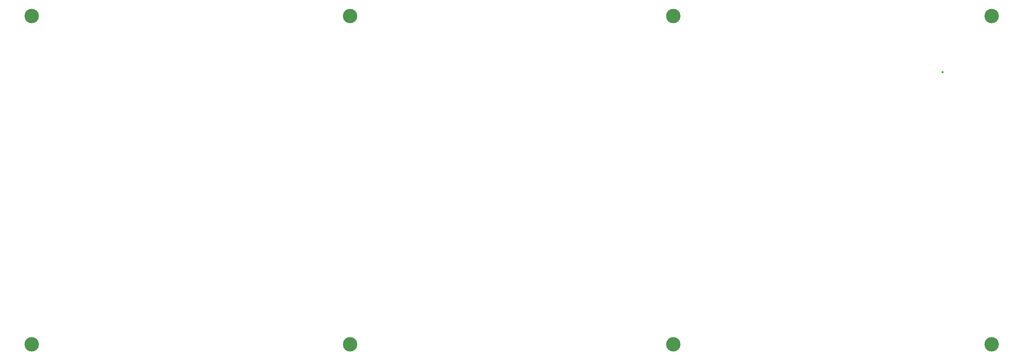
<source format=gbr>
G04 #@! TF.GenerationSoftware,KiCad,Pcbnew,(5.1.4-0)*
G04 #@! TF.CreationDate,2021-10-24T14:49:56-05:00*
G04 #@! TF.ProjectId,top_plate,746f705f-706c-4617-9465-2e6b69636164,rev?*
G04 #@! TF.SameCoordinates,Original*
G04 #@! TF.FileFunction,Copper,L1,Top*
G04 #@! TF.FilePolarity,Positive*
%FSLAX46Y46*%
G04 Gerber Fmt 4.6, Leading zero omitted, Abs format (unit mm)*
G04 Created by KiCad (PCBNEW (5.1.4-0)) date 2021-10-24 14:49:56*
%MOMM*%
%LPD*%
G04 APERTURE LIST*
%ADD10C,3.500000*%
%ADD11C,0.500000*%
G04 APERTURE END LIST*
D10*
X389335890Y-118467340D03*
X155973586Y-38695532D03*
X155973586Y-118467340D03*
X233364146Y-38695532D03*
X233364146Y-118454889D03*
X311945330Y-38695532D03*
X311945330Y-118467340D03*
X389335890Y-38695532D03*
D11*
X377429670Y-52387712D03*
M02*

</source>
